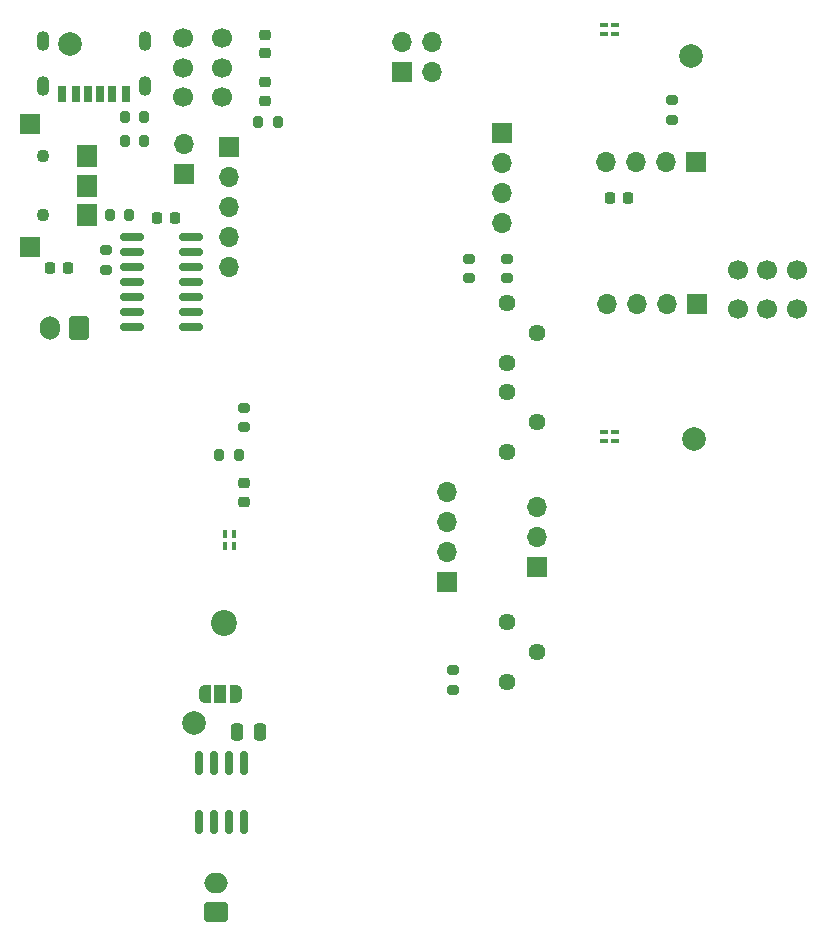
<source format=gts>
G04 #@! TF.GenerationSoftware,KiCad,Pcbnew,(6.0.10-0)*
G04 #@! TF.CreationDate,2024-01-08T12:33:33+09:00*
G04 #@! TF.ProjectId,AutoFeeder_Drum-type,4175746f-4665-4656-9465-725f4472756d,02*
G04 #@! TF.SameCoordinates,Original*
G04 #@! TF.FileFunction,Soldermask,Top*
G04 #@! TF.FilePolarity,Negative*
%FSLAX46Y46*%
G04 Gerber Fmt 4.6, Leading zero omitted, Abs format (unit mm)*
G04 Created by KiCad (PCBNEW (6.0.10-0)) date 2024-01-08 12:33:33*
%MOMM*%
%LPD*%
G01*
G04 APERTURE LIST*
G04 Aperture macros list*
%AMRoundRect*
0 Rectangle with rounded corners*
0 $1 Rounding radius*
0 $2 $3 $4 $5 $6 $7 $8 $9 X,Y pos of 4 corners*
0 Add a 4 corners polygon primitive as box body*
4,1,4,$2,$3,$4,$5,$6,$7,$8,$9,$2,$3,0*
0 Add four circle primitives for the rounded corners*
1,1,$1+$1,$2,$3*
1,1,$1+$1,$4,$5*
1,1,$1+$1,$6,$7*
1,1,$1+$1,$8,$9*
0 Add four rect primitives between the rounded corners*
20,1,$1+$1,$2,$3,$4,$5,0*
20,1,$1+$1,$4,$5,$6,$7,0*
20,1,$1+$1,$6,$7,$8,$9,0*
20,1,$1+$1,$8,$9,$2,$3,0*%
%AMFreePoly0*
4,1,22,0.550000,-0.750000,0.000000,-0.750000,0.000000,-0.745033,-0.079941,-0.743568,-0.215256,-0.701293,-0.333266,-0.622738,-0.424486,-0.514219,-0.481581,-0.384460,-0.499164,-0.250000,-0.500000,-0.250000,-0.500000,0.250000,-0.499164,0.250000,-0.499963,0.256109,-0.478152,0.396186,-0.417904,0.524511,-0.324060,0.630769,-0.204165,0.706417,-0.067858,0.745374,0.000000,0.744959,0.000000,0.750000,
0.550000,0.750000,0.550000,-0.750000,0.550000,-0.750000,$1*%
%AMFreePoly1*
4,1,20,0.000000,0.744959,0.073905,0.744508,0.209726,0.703889,0.328688,0.626782,0.421226,0.519385,0.479903,0.390333,0.500000,0.250000,0.500000,-0.250000,0.499851,-0.262216,0.476331,-0.402017,0.414519,-0.529596,0.319384,-0.634700,0.198574,-0.708877,0.061801,-0.746166,0.000000,-0.745033,0.000000,-0.750000,-0.550000,-0.750000,-0.550000,0.750000,0.000000,0.750000,0.000000,0.744959,
0.000000,0.744959,$1*%
G04 Aperture macros list end*
%ADD10R,0.700000X1.400000*%
%ADD11R,0.750000X1.400000*%
%ADD12R,0.800000X1.400000*%
%ADD13R,0.760000X1.400000*%
%ADD14O,1.100000X1.700000*%
%ADD15RoundRect,0.225000X-0.225000X-0.250000X0.225000X-0.250000X0.225000X0.250000X-0.225000X0.250000X0*%
%ADD16R,1.700000X1.700000*%
%ADD17O,1.700000X1.700000*%
%ADD18RoundRect,0.225000X-0.250000X0.225000X-0.250000X-0.225000X0.250000X-0.225000X0.250000X0.225000X0*%
%ADD19RoundRect,0.225000X0.225000X0.250000X-0.225000X0.250000X-0.225000X-0.250000X0.225000X-0.250000X0*%
%ADD20RoundRect,0.200000X-0.200000X-0.275000X0.200000X-0.275000X0.200000X0.275000X-0.200000X0.275000X0*%
%ADD21C,1.440000*%
%ADD22FreePoly0,180.000000*%
%ADD23R,1.000000X1.500000*%
%ADD24FreePoly1,180.000000*%
%ADD25C,1.100000*%
%ADD26R,1.800000X1.900000*%
%ADD27R,1.700000X1.800000*%
%ADD28C,2.000000*%
%ADD29R,0.400000X0.650000*%
%ADD30RoundRect,0.200000X0.275000X-0.200000X0.275000X0.200000X-0.275000X0.200000X-0.275000X-0.200000X0*%
%ADD31RoundRect,0.200000X0.200000X0.275000X-0.200000X0.275000X-0.200000X-0.275000X0.200000X-0.275000X0*%
%ADD32R,0.650000X0.400000*%
%ADD33RoundRect,0.200000X-0.275000X0.200000X-0.275000X-0.200000X0.275000X-0.200000X0.275000X0.200000X0*%
%ADD34RoundRect,0.150000X-0.150000X0.825000X-0.150000X-0.825000X0.150000X-0.825000X0.150000X0.825000X0*%
%ADD35C,2.200000*%
%ADD36RoundRect,0.250000X-0.250000X-0.475000X0.250000X-0.475000X0.250000X0.475000X-0.250000X0.475000X0*%
%ADD37RoundRect,0.150000X-0.825000X-0.150000X0.825000X-0.150000X0.825000X0.150000X-0.825000X0.150000X0*%
%ADD38RoundRect,0.218750X-0.256250X0.218750X-0.256250X-0.218750X0.256250X-0.218750X0.256250X0.218750X0*%
%ADD39RoundRect,0.250000X0.750000X-0.600000X0.750000X0.600000X-0.750000X0.600000X-0.750000X-0.600000X0*%
%ADD40O,2.000000X1.700000*%
%ADD41RoundRect,0.250000X0.600000X0.750000X-0.600000X0.750000X-0.600000X-0.750000X0.600000X-0.750000X0*%
%ADD42O,1.700000X2.000000*%
%ADD43C,1.700000*%
G04 APERTURE END LIST*
D10*
X144010000Y-67188000D03*
D11*
X141985000Y-67188000D03*
D12*
X140760000Y-67188000D03*
D10*
X143010000Y-67188000D03*
D13*
X145030000Y-67188000D03*
D11*
X146235000Y-67188000D03*
D14*
X139190000Y-66538000D03*
X139190000Y-62738000D03*
X147830000Y-62738000D03*
X147830000Y-66538000D03*
D15*
X187185000Y-76000000D03*
X188735000Y-76000000D03*
D16*
X151130000Y-74041000D03*
D17*
X151130000Y-71501000D03*
D18*
X156210000Y-100190000D03*
X156210000Y-101740000D03*
D19*
X150381000Y-77724000D03*
X148831000Y-77724000D03*
D20*
X144844000Y-77470000D03*
X146494000Y-77470000D03*
D21*
X178460000Y-97540000D03*
X181000000Y-95000000D03*
X178460000Y-92460000D03*
D22*
X155500000Y-118000000D03*
D23*
X154200000Y-118000000D03*
D24*
X152900000Y-118000000D03*
D16*
X178000000Y-70500000D03*
D17*
X178000000Y-73040000D03*
X178000000Y-75580000D03*
X178000000Y-78120000D03*
D25*
X139150000Y-77500000D03*
X139150000Y-72500000D03*
D26*
X142900000Y-77450000D03*
X142900000Y-72500000D03*
D27*
X138050000Y-69800000D03*
X138050000Y-80200000D03*
D26*
X142900000Y-75000000D03*
D28*
X194310000Y-96434999D03*
D16*
X180975000Y-107315000D03*
D17*
X180975000Y-104775000D03*
X180975000Y-102235000D03*
D29*
X154620000Y-105500000D03*
X155380000Y-105500000D03*
X155380000Y-104500000D03*
X154620000Y-104500000D03*
D28*
X194000000Y-64000000D03*
X152000000Y-120500000D03*
D16*
X194520000Y-84999999D03*
D17*
X191980000Y-84999999D03*
X189440000Y-84999999D03*
X186900000Y-84999999D03*
D30*
X156210000Y-95440000D03*
X156210000Y-93790000D03*
D31*
X155765000Y-97790000D03*
X154115000Y-97790000D03*
D32*
X187630000Y-96640000D03*
X187630000Y-95880000D03*
X186630000Y-95880000D03*
X186630000Y-96640000D03*
D30*
X173863000Y-117665000D03*
X173863000Y-116015000D03*
D33*
X175260000Y-81175000D03*
X175260000Y-82825000D03*
D31*
X159067000Y-69596000D03*
X157417000Y-69596000D03*
D16*
X169545000Y-65405000D03*
D17*
X169545000Y-62865000D03*
X172085000Y-65405000D03*
X172085000Y-62865000D03*
D21*
X178500000Y-90040000D03*
X181040000Y-87500000D03*
X178500000Y-84960000D03*
D34*
X156210000Y-123890000D03*
X154940000Y-123890000D03*
X153670000Y-123890000D03*
X152400000Y-123890000D03*
X152400000Y-128840000D03*
X153670000Y-128840000D03*
X154940000Y-128840000D03*
X156210000Y-128840000D03*
D32*
X187630000Y-62110000D03*
X187630000Y-61350000D03*
X186630000Y-61350000D03*
X186630000Y-62110000D03*
D33*
X178435000Y-81175000D03*
X178435000Y-82825000D03*
D16*
X154940000Y-71755000D03*
D17*
X154940000Y-74295000D03*
X154940000Y-76835000D03*
X154940000Y-79375000D03*
X154940000Y-81915000D03*
D35*
X154500000Y-112000000D03*
D28*
X141500000Y-63000000D03*
D16*
X173355000Y-108575000D03*
D17*
X173355000Y-106035000D03*
X173355000Y-103495000D03*
X173355000Y-100955000D03*
D36*
X155641000Y-121285000D03*
X157541000Y-121285000D03*
D30*
X192405000Y-69405000D03*
X192405000Y-67755000D03*
D37*
X146750000Y-79375000D03*
X146750000Y-80645000D03*
X146750000Y-81915000D03*
X146750000Y-83185000D03*
X146750000Y-84455000D03*
X146750000Y-85725000D03*
X146750000Y-86995000D03*
X151700000Y-86995000D03*
X151700000Y-85725000D03*
X151700000Y-84455000D03*
X151700000Y-83185000D03*
X151700000Y-81915000D03*
X151700000Y-80645000D03*
X151700000Y-79375000D03*
D38*
X158000000Y-66212500D03*
X158000000Y-67787500D03*
D21*
X178500000Y-117000000D03*
X181040000Y-114460000D03*
X178500000Y-111920000D03*
D39*
X153780000Y-136525000D03*
D40*
X153780000Y-134025000D03*
D41*
X142250000Y-87025000D03*
D42*
X139750000Y-87025000D03*
D38*
X158000000Y-62212500D03*
X158000000Y-63787500D03*
D30*
X144500000Y-82105000D03*
X144500000Y-80455000D03*
D19*
X141275000Y-82000000D03*
X139725000Y-82000000D03*
D20*
X146114000Y-71175000D03*
X147764000Y-71175000D03*
D43*
X154300000Y-62500000D03*
X154300000Y-65000000D03*
X154300000Y-67500000D03*
X151000000Y-62500000D03*
X151000000Y-65000000D03*
X151000000Y-67500000D03*
D20*
X146114000Y-69215000D03*
X147764000Y-69215000D03*
D16*
X194500000Y-73000000D03*
D17*
X191960000Y-73000000D03*
X189420000Y-73000000D03*
X186880000Y-73000000D03*
D43*
X198000000Y-85435120D03*
X200500000Y-85435120D03*
X203000000Y-85435120D03*
X198000000Y-82135120D03*
X200500000Y-82135120D03*
X203000000Y-82135120D03*
M02*

</source>
